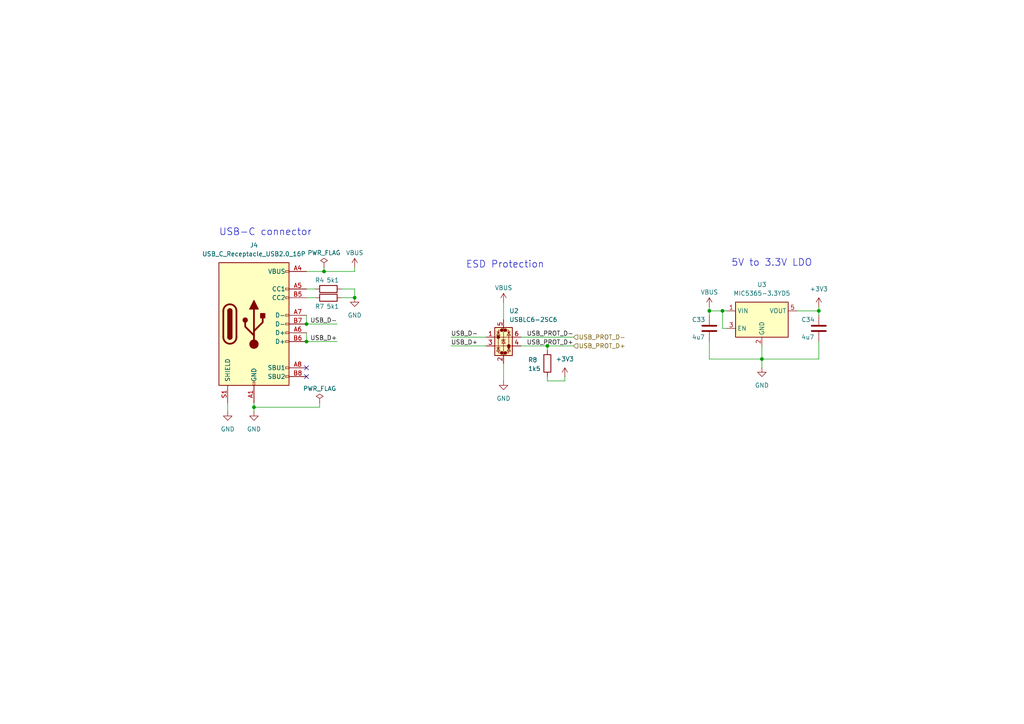
<source format=kicad_sch>
(kicad_sch (version 20231120) (generator "eeschema") (generator_version "8.0")
  (paper "A4")
  (lib_symbols
    (symbol "Connector:USB_C_Receptacle_USB2.0_16P" (pin_names (offset 1.016))
      (property "Reference" "J" (at 0 22.225 0))
      (property "Value" "USB_C_Receptacle_USB2.0_16P" (at 0 19.685 0))
      (symbol "USB_C_Receptacle_USB2.0_16P_0_0"
        (rectangle (start -0.254 -17.78) (end 0.254 -16.764))
        (rectangle (start 10.16 -14.986) (end 9.144 -15.494))
        (rectangle (start 10.16 -12.446) (end 9.144 -12.954))
        (rectangle (start 10.16 -4.826) (end 9.144 -5.334))
        (rectangle (start 10.16 -2.286) (end 9.144 -2.794))
        (rectangle (start 10.16 0.254) (end 9.144 -0.254))
        (rectangle (start 10.16 2.794) (end 9.144 2.286))
        (rectangle (start 10.16 7.874) (end 9.144 7.366))
        (rectangle (start 10.16 10.414) (end 9.144 9.906))
        (rectangle (start 10.16 15.494) (end 9.144 14.986))
      )
      (symbol "USB_C_Receptacle_USB2.0_16P_0_1"
        (rectangle (start -10.16 17.78) (end 10.16 -17.78) (stroke (width 0.254)) (fill (type background)))
        (arc (start -8.89 -3.81) (mid -6.985 -5.7067) (end -5.08 -3.81) (stroke (width 0.508)))
        (arc (start -7.62 -3.81) (mid -6.985 -4.4423) (end -6.35 -3.81) (stroke (width 0.254)))
        (arc (start -7.62 -3.81) (mid -6.985 -4.4423) (end -6.35 -3.81) (stroke (width 0.254)) (fill (type outline)))
        (rectangle (start -7.62 -3.81) (end -6.35 3.81) (stroke (width 0.254)) (fill (type outline)))
        (arc (start -6.35 3.81) (mid -6.985 4.4423) (end -7.62 3.81) (stroke (width 0.254)))
        (arc (start -6.35 3.81) (mid -6.985 4.4423) (end -7.62 3.81) (stroke (width 0.254)) (fill (type outline)))
        (arc (start -5.08 3.81) (mid -6.985 5.7067) (end -8.89 3.81) (stroke (width 0.508)))
        (circle (center -2.54 1.143) (radius 0.635) (stroke (width 0.254)) (fill (type outline)))
        (circle (center 0 -5.842) (radius 1.27) (fill (type outline)))
        (polyline (pts (xy -8.89 -3.81) (xy -8.89 3.81)) (stroke (width 0.508)))
        (polyline (pts (xy -5.08 3.81) (xy -5.08 -3.81)) (stroke (width 0.508)))
        (polyline (pts (xy 0 -5.842) (xy 0 4.318)) (stroke (width 0.508)))
        (polyline (pts (xy 0 -3.302) (xy -2.54 -0.762) (xy -2.54 0.508)) (stroke (width 0.508)))
        (polyline (pts (xy 0 -2.032) (xy 2.54 0.508) (xy 2.54 1.778)) (stroke (width 0.508)))
        (polyline (pts (xy -1.27 4.318) (xy 0 6.858) (xy 1.27 4.318) (xy -1.27 4.318)) (stroke (width 0.254)) (fill (type outline)))
        (rectangle (start 1.905 1.778) (end 3.175 3.048) (stroke (width 0.254)) (fill (type outline)))
      )
      (symbol "USB_C_Receptacle_USB2.0_16P_1_1"
        (pin passive line (at 0 -22.86 90) (length 5.08) (name "GND") (number "A1"))
        (pin passive line (at 0 -22.86 90) (length 5.08) hide (name "GND") (number "A12"))
        (pin passive line (at 15.24 15.24 180) (length 5.08) (name "VBUS") (number "A4"))
        (pin bidirectional line (at 15.24 10.16 180) (length 5.08) (name "CC1") (number "A5"))
        (pin bidirectional line (at 15.24 -2.54 180) (length 5.08) (name "D+") (number "A6"))
        (pin bidirectional line (at 15.24 2.54 180) (length 5.08) (name "D-") (number "A7"))
        (pin bidirectional line (at 15.24 -12.7 180) (length 5.08) (name "SBU1") (number "A8"))
        (pin passive line (at 15.24 15.24 180) (length 5.08) hide (name "VBUS") (number "A9"))
        (pin passive line (at 0 -22.86 90) (length 5.08) hide (name "GND") (number "B1"))
        (pin passive line (at 0 -22.86 90) (length 5.08) hide (name "GND") (number "B12"))
        (pin passive line (at 15.24 15.24 180) (length 5.08) hide (name "VBUS") (number "B4"))
        (pin bidirectional line (at 15.24 7.62 180) (length 5.08) (name "CC2") (number "B5"))
        (pin bidirectional line (at 15.24 -5.08 180) (length 5.08) (name "D+") (number "B6"))
        (pin bidirectional line (at 15.24 0 180) (length 5.08) (name "D-") (number "B7"))
        (pin bidirectional line (at 15.24 -15.24 180) (length 5.08) (name "SBU2") (number "B8"))
        (pin passive line (at 15.24 15.24 180) (length 5.08) hide (name "VBUS") (number "B9"))
        (pin passive line (at -7.62 -22.86 90) (length 5.08) (name "SHIELD") (number "S1"))
      )
    )
    (symbol "Device:C" (pin_numbers hide) (pin_names (offset 0.254))
      (property "Reference" "C" (at 0.635 2.54 0))
      (property "Value" "C" (at 0.635 -2.54 0))
      (symbol "C_0_1"
        (polyline (pts (xy -2.032 -0.762) (xy 2.032 -0.762)) (stroke (width 0.508)))
        (polyline (pts (xy -2.032 0.762) (xy 2.032 0.762)) (stroke (width 0.508)))
      )
      (symbol "C_1_1"
        (pin passive line (at 0 3.81 270) (length 2.794) (name "~") (number "1"))
        (pin passive line (at 0 -3.81 90) (length 2.794) (name "~") (number "2"))
      )
    )
    (symbol "Device:R" (pin_numbers hide) (pin_names (offset 0))
      (property "Reference" "R" (at 2.032 0 90))
      (property "Value" "R" (at 0 0 90))
      (symbol "R_0_1"
        (rectangle (start -1.016 -2.54) (end 1.016 2.54) (stroke (width 0.254)))
      )
      (symbol "R_1_1"
        (pin passive line (at 0 3.81 270) (length 1.27) (name "~") (number "1"))
        (pin passive line (at 0 -3.81 90) (length 1.27) (name "~") (number "2"))
      )
    )
    (symbol "Power_Protection:USBLC6-2SC6" (pin_names hide)
      (property "Reference" "U" (at 0.635 5.715 0))
      (property "Value" "USBLC6-2SC6" (at 0.635 3.81 0))
      (symbol "USBLC6-2SC6_0_0"
        (circle (center -1.524 0) (radius 0.0001) (stroke (width 0.508)))
        (circle (center -0.508 -4.572) (radius 0.0001) (stroke (width 0.508)))
        (circle (center -0.508 2.032) (radius 0.0001) (stroke (width 0.508)))
        (circle (center 0.508 -4.572) (radius 0.0001) (stroke (width 0.508)))
        (circle (center 0.508 2.032) (radius 0.0001) (stroke (width 0.508)))
        (circle (center 1.524 -2.54) (radius 0.0001) (stroke (width 0.508)))
      )
      (symbol "USBLC6-2SC6_0_1"
        (polyline (pts (xy -2.54 -2.54) (xy 2.54 -2.54)))
        (polyline (pts (xy -2.54 0) (xy 2.54 0)))
        (polyline (pts (xy -2.032 -3.048) (xy -1.016 -3.048)))
        (polyline (pts (xy -1.016 1.524) (xy -2.032 1.524)))
        (polyline (pts (xy 1.016 -3.048) (xy 2.032 -3.048)))
        (polyline (pts (xy 1.016 1.524) (xy 2.032 1.524)))
        (polyline (pts (xy -0.508 -1.143) (xy -0.508 -0.762) (xy 0.508 -0.762)))
        (polyline (pts (xy -2.032 0.508) (xy -1.016 0.508) (xy -1.524 1.524) (xy -2.032 0.508)))
        (polyline (pts (xy -1.016 -4.064) (xy -2.032 -4.064) (xy -1.524 -3.048) (xy -1.016 -4.064)))
        (polyline (pts (xy 0.508 -1.778) (xy -0.508 -1.778) (xy 0 -0.762) (xy 0.508 -1.778)))
        (polyline (pts (xy 2.032 -4.064) (xy 1.016 -4.064) (xy 1.524 -3.048) (xy 2.032 -4.064)))
        (polyline (pts (xy 2.032 0.508) (xy 1.016 0.508) (xy 1.524 1.524) (xy 2.032 0.508)))
        (polyline (pts (xy 0 2.54) (xy -0.508 2.032) (xy 0.508 2.032) (xy 0 1.524) (xy 0 -4.064) (xy -0.508 -4.572) (xy 0.508 -4.572) (xy 0 -5.08)))
      )
      (symbol "USBLC6-2SC6_1_1"
        (rectangle (start -2.54 2.794) (end 2.54 -5.334) (stroke (width 0.254)) (fill (type background)))
        (polyline (pts (xy -0.508 2.032) (xy -1.524 2.032) (xy -1.524 -4.572) (xy -0.508 -4.572)))
        (polyline (pts (xy 0.508 -4.572) (xy 1.524 -4.572) (xy 1.524 2.032) (xy 0.508 2.032)))
        (pin passive line (at -5.08 0 0) (length 2.54) (name "I/O1") (number "1"))
        (pin passive line (at 0 -7.62 90) (length 2.54) (name "GND") (number "2"))
        (pin passive line (at -5.08 -2.54 0) (length 2.54) (name "I/O2") (number "3"))
        (pin passive line (at 5.08 -2.54 180) (length 2.54) (name "I/O2") (number "4"))
        (pin passive line (at 0 5.08 270) (length 2.54) (name "VBUS") (number "5"))
        (pin passive line (at 5.08 0 180) (length 2.54) (name "I/O1") (number "6"))
      )
    )
    (symbol "Regulator_Linear:MIC5365-3.3YD5"
      (property "Reference" "U" (at -7.62 6.35 0))
      (property "Value" "MIC5365-3.3YD5" (at 0 6.35 0))
      (symbol "MIC5365-3.3YD5_0_1"
        (rectangle (start -7.62 -5.08) (end 7.62 5.08) (stroke (width 0.254)) (fill (type background)))
      )
      (symbol "MIC5365-3.3YD5_1_1"
        (pin power_in line (at -10.16 2.54 0) (length 2.54) (name "VIN") (number "1"))
        (pin power_in line (at 0 -7.62 90) (length 2.54) (name "GND") (number "2"))
        (pin input line (at -10.16 -2.54 0) (length 2.54) (name "EN") (number "3"))
        (pin no_connect line (at 7.62 -2.54 180) (length 2.54) hide (name "NC") (number "4"))
        (pin power_out line (at 10.16 2.54 180) (length 2.54) (name "VOUT") (number "5"))
      )
    )
    (symbol "power:+3V3" (power) (pin_numbers hide) (pin_names (offset 0) hide)
      (property "Value" "+3V3" (at 0 3.556 0))
      (symbol "+3V3_0_1"
        (polyline (pts (xy -0.762 1.27) (xy 0 2.54)))
        (polyline (pts (xy 0 0) (xy 0 2.54)))
        (polyline (pts (xy 0 2.54) (xy 0.762 1.27)))
      )
      (symbol "+3V3_1_1"
        (pin power_in line (at 0 0 90) (length 0) (name "~") (number "1"))
      )
    )
    (symbol "power:GND" (power) (pin_numbers hide) (pin_names (offset 0) hide)
      (property "Value" "GND" (at 0 -3.81 0))
      (symbol "GND_0_1"
        (polyline (pts (xy 0 0) (xy 0 -1.27) (xy 1.27 -1.27) (xy 0 -2.54) (xy -1.27 -1.27) (xy 0 -1.27)))
      )
      (symbol "GND_1_1"
        (pin power_in line (at 0 0 270) (length 0) (name "~") (number "1"))
      )
    )
    (symbol "power:PWR_FLAG" (power) (pin_numbers hide) (pin_names (offset 0) hide)
      (property "Value" "PWR_FLAG" (at 0 3.81 0))
      (symbol "PWR_FLAG_0_0"
        (pin power_out line (at 0 0 90) (length 0) (name "~") (number "1"))
      )
      (symbol "PWR_FLAG_0_1"
        (polyline (pts (xy 0 0) (xy 0 1.27) (xy -1.016 1.905) (xy 0 2.54) (xy 1.016 1.905) (xy 0 1.27)))
      )
    )
    (symbol "power:VBUS" (power) (pin_numbers hide) (pin_names (offset 0) hide)
      (property "Value" "VBUS" (at 0 3.556 0))
      (symbol "VBUS_0_1"
        (polyline (pts (xy -0.762 1.27) (xy 0 2.54)))
        (polyline (pts (xy 0 0) (xy 0 2.54)))
        (polyline (pts (xy 0 2.54) (xy 0.762 1.27)))
      )
      (symbol "VBUS_1_1"
        (pin power_in line (at 0 0 90) (length 0) (name "~") (number "1"))
      )
    )
  )
  (junction (at 205.74 90.17))
  (junction (at 237.49 90.17))
  (junction (at 102.87 86.36))
  (junction (at 88.9 93.98))
  (junction (at 209.55 90.17))
  (junction (at 220.98 104.14))
  (junction (at 158.75 100.33))
  (junction (at 93.98 78.74))
  (junction (at 88.9 99.06))
  (junction (at 73.66 118.11))
  (no_connect (at 88.9 109.22))
  (no_connect (at 88.9 106.68))
  (wire (pts (xy 237.49 90.17) (xy 237.49 91.44)))
  (wire (pts (xy 205.74 99.06) (xy 205.74 104.14)))
  (wire (pts (xy 66.04 116.84) (xy 66.04 119.38)))
  (wire (pts (xy 88.9 86.36) (xy 91.44 86.36)))
  (wire (pts (xy 220.98 100.33) (xy 220.98 104.14)))
  (wire (pts (xy 158.75 110.49) (xy 163.83 110.49)))
  (wire (pts (xy 130.81 97.79) (xy 140.97 97.79)))
  (wire (pts (xy 158.75 109.22) (xy 158.75 110.49)))
  (wire (pts (xy 130.81 100.33) (xy 140.97 100.33)))
  (wire (pts (xy 88.9 96.52) (xy 88.9 99.06)))
  (wire (pts (xy 73.66 116.84) (xy 73.66 118.11)))
  (wire (pts (xy 220.98 104.14) (xy 237.49 104.14)))
  (wire (pts (xy 88.9 99.06) (xy 97.79 99.06)))
  (wire (pts (xy 158.75 100.33) (xy 166.37 100.33)))
  (wire (pts (xy 88.9 93.98) (xy 97.79 93.98)))
  (wire (pts (xy 163.83 110.49) (xy 163.83 109.22)))
  (wire (pts (xy 237.49 88.9) (xy 237.49 90.17)))
  (wire (pts (xy 151.13 100.33) (xy 158.75 100.33)))
  (wire (pts (xy 73.66 118.11) (xy 73.66 119.38)))
  (wire (pts (xy 102.87 77.47) (xy 102.87 78.74)))
  (wire (pts (xy 220.98 106.68) (xy 220.98 104.14)))
  (wire (pts (xy 209.55 90.17) (xy 209.55 95.25)))
  (wire (pts (xy 151.13 97.79) (xy 166.37 97.79)))
  (wire (pts (xy 146.05 105.41) (xy 146.05 110.49)))
  (wire (pts (xy 88.9 91.44) (xy 88.9 93.98)))
  (wire (pts (xy 205.74 90.17) (xy 209.55 90.17)))
  (wire (pts (xy 93.98 78.74) (xy 102.87 78.74)))
  (wire (pts (xy 146.05 87.63) (xy 146.05 92.71)))
  (wire (pts (xy 158.75 100.33) (xy 158.75 101.6)))
  (wire (pts (xy 88.9 78.74) (xy 93.98 78.74)))
  (wire (pts (xy 205.74 90.17) (xy 205.74 91.44)))
  (wire (pts (xy 210.82 95.25) (xy 209.55 95.25)))
  (wire (pts (xy 102.87 83.82) (xy 102.87 86.36)))
  (wire (pts (xy 99.06 86.36) (xy 102.87 86.36)))
  (wire (pts (xy 205.74 88.9) (xy 205.74 90.17)))
  (wire (pts (xy 237.49 99.06) (xy 237.49 104.14)))
  (wire (pts (xy 99.06 83.82) (xy 102.87 83.82)))
  (wire (pts (xy 209.55 90.17) (xy 210.82 90.17)))
  (wire (pts (xy 93.98 77.47) (xy 93.98 78.74)))
  (wire (pts (xy 88.9 83.82) (xy 91.44 83.82)))
  (wire (pts (xy 92.71 116.84) (xy 92.71 118.11)))
  (wire (pts (xy 231.14 90.17) (xy 237.49 90.17)))
  (wire (pts (xy 92.71 118.11) (xy 73.66 118.11)))
  (wire (pts (xy 205.74 104.14) (xy 220.98 104.14)))
  (text "USB-C connector" (at 63.5 68.58 0) (effects (font (size 2 2)) (justify left bottom)))
  (text "ESD Protection" (at 135.128 77.978 0) (effects (font (size 2 2)) (justify left bottom)))
  (text "5V to 3.3V LDO" (at 212.09 77.47 0) (effects (font (size 2 2)) (justify left bottom)))
  (label "USB_PROT_D-" (at 166.37 97.79 180))
  (label "USB_PROT_D+" (at 166.37 100.33 180))
  (label "USB_D-" (at 130.81 97.79 0))
  (label "USB_D+" (at 130.81 100.33 0))
  (label "USB_D+" (at 97.79 99.06 180))
  (label "USB_D-" (at 97.79 93.98 180))
  (hierarchical_label "USB_PROT_D-" (shape input) (at 166.37 97.79 0))
  (hierarchical_label "USB_PROT_D+" (shape input) (at 166.37 100.33 0))
  (symbol (lib_id "Device:C") (at 205.74 95.25 0) (unit 1)
    (property "Reference" "C33" (at 200.66 92.71 0) (effects (justify left)))
    (property "Value" "4u7" (at 200.66 97.79 0) (effects (justify left)))
    (property "Footprint" "Capacitor_SMD:C_0805_2012Metric" (effects (hide yes)))
    (property "Datasheet" "https://datasheet.lcsc.com/lcsc/2304140030_Samsung-Electro-Mechanics-CL21A475KAQNNNE_C1779.pdf" (effects (hide yes)))
    (property "Manufracturer" "Samsung Electro-Mechanics" (effects (hide yes)))
    (property "Manufracturer Part Number" "CL21A475KAQNNNE" (effects (hide yes)))
    (property "JLCPCB Part" "C1779" (effects (hide yes)))
  )
  (symbol (lib_id "Device:R") (at 95.25 86.36 90) (unit 1)
    (property "Reference" "R7" (at 92.71 88.9 90))
    (property "Value" "5k1" (at 96.52 88.9 90))
    (property "Footprint" "Resistor_SMD:R_0603_1608Metric" (effects (hide yes)))
    (property "Datasheet" "https://www.lcsc.com/datasheet/lcsc_datasheet_2206010116_UNI-ROYAL-Uniroyal-Elec-0603WAF5101T5E_C23186.pdf" (effects (hide yes)))
    (property "Manufracturer" "UNI-ROYAL(Uniroyal Elec)" (effects (hide yes)))
    (property "Manufracturer Part Number" "0603WAF5101T5E" (effects (hide yes)))
    (property "JLCPCB Part" "C23186" (effects (hide yes)))
  )
  (symbol (lib_id "power:+3V3") (at 237.49 88.9 0) (unit 1)
    (property "Reference" "#PWR0116" (effects (hide yes)))
    (property "Value" "+3V3" (at 237.49 83.82 0))
    (property "Description" "Power symbol creates a global label with name \"+3V3\"" (effects (hide yes)))
  )
  (symbol (lib_id "Regulator_Linear:MIC5365-3.3YD5") (at 220.98 92.71 0) (unit 1)
    (property "Reference" "U3" (at 220.98 82.55 0))
    (property "Value" "MIC5365-3.3YD5" (at 220.98 85.09 0))
    (property "Footprint" "Package_TO_SOT_SMD:SOT-23-5" (effects (hide yes)))
    (property "Datasheet" "https://datasheet.lcsc.com/lcsc/1811131510_MICRONE-Nanjing-Micro-One-Elec-ME6211C33M5G-N_C82942.pdf" (effects (hide yes)))
    (property "Manufracturer" "MICRONE(Nanjing Micro One Elec)" (effects (hide yes)))
    (property "Manufracturer Part Number" "ME6211C33M5G-N" (effects (hide yes)))
    (property "JLCPCB Part" "C82942" (effects (hide yes)))
  )
  (symbol (lib_id "Device:R") (at 95.25 83.82 90) (unit 1)
    (property "Reference" "R4" (at 92.71 81.28 90))
    (property "Value" "5k1" (at 96.52 81.28 90))
    (property "Footprint" "Resistor_SMD:R_0603_1608Metric" (effects (hide yes)))
    (property "Datasheet" "https://www.lcsc.com/datasheet/lcsc_datasheet_2206010116_UNI-ROYAL-Uniroyal-Elec-0603WAF5101T5E_C23186.pdf" (effects (hide yes)))
    (property "Manufracturer" "UNI-ROYAL(Uniroyal Elec)" (effects (hide yes)))
    (property "Manufracturer Part Number" "0603WAF5101T5E" (effects (hide yes)))
    (property "JLCPCB Part" "C23186" (effects (hide yes)))
  )
  (symbol (lib_id "power:GND") (at 146.05 110.49 0) (unit 1)
    (property "Reference" "#PWR0112" (effects (hide yes)))
    (property "Value" "GND" (at 146.05 115.57 0))
    (property "Description" "Power symbol creates a global label with name \"GND\" , ground" (effects (hide yes)))
  )
  (symbol (lib_id "Power_Protection:USBLC6-2SC6") (at 146.05 97.79 0) (unit 1)
    (property "Reference" "U2" (at 147.7011 90.17 0) (effects (justify left)))
    (property "Value" "USBLC6-2SC6" (at 147.7011 92.71 0) (effects (justify left)))
    (property "Footprint" "Package_TO_SOT_SMD:SOT-23-6" (effects (hide yes)))
    (property "Datasheet" "https://www.st.com/resource/en/datasheet/usblc6-2.pdf" (effects (hide yes)))
    (property "Description" "Very low capacitance ESD protection diode, 2 data-line, SOT-23-6" (effects (hide yes)))
  )
  (symbol (lib_id "power:GND") (at 220.98 106.68 0) (unit 1)
    (property "Reference" "#PWR0115" (effects (hide yes)))
    (property "Value" "GND" (at 220.98 111.76 0))
    (property "Description" "Power symbol creates a global label with name \"GND\" , ground" (effects (hide yes)))
  )
  (symbol (lib_id "power:+3V3") (at 163.83 109.22 0) (unit 1)
    (property "Reference" "#PWR0113" (effects (hide yes)))
    (property "Value" "+3V3" (at 163.83 104.14 0))
    (property "Description" "Power symbol creates a global label with name \"+3V3\"" (effects (hide yes)))
  )
  (symbol (lib_id "power:VBUS") (at 146.05 87.63 0) (unit 1)
    (property "Reference" "#PWR0111" (effects (hide yes)))
    (property "Value" "VBUS" (at 146.05 83.4969 0))
    (property "Description" "Power symbol creates a global label with name \"VBUS\"" (effects (hide yes)))
  )
  (symbol (lib_id "power:GND") (at 73.66 119.38 0) (unit 1)
    (property "Reference" "#PWR0108" (effects (hide yes)))
    (property "Value" "GND" (at 73.66 124.46 0))
    (property "Description" "Power symbol creates a global label with name \"GND\" , ground" (effects (hide yes)))
  )
  (symbol (lib_id "power:GND") (at 102.87 86.36 0) (unit 1)
    (property "Reference" "#PWR0110" (effects (hide yes)))
    (property "Value" "GND" (at 102.87 91.44 0))
    (property "Description" "Power symbol creates a global label with name \"GND\" , ground" (effects (hide yes)))
  )
  (symbol (lib_id "Connector:USB_C_Receptacle_USB2.0_16P") (at 73.66 93.98 0) (unit 1)
    (property "Reference" "J4" (at 73.66 71.12 0))
    (property "Value" "USB_C_Receptacle_USB2.0_16P" (at 73.66 73.66 0))
    (property "Footprint" "NiasStuff:USB_C_Receptacle_G-Switch_GT-USB-7010ASV" (effects (hide yes)))
    (property "Datasheet" "https://www.lcsc.com/datasheet/lcsc_datasheet_2312191005_G-Switch-GT-USB-7010C_C2843967.pdf" (effects (hide yes)))
    (property "Description" "USB 2.0-only 16P Type-C Receptacle connector" (effects (hide yes)))
    (property "JLCPCB Part" "C2843967" (effects (hide yes)))
    (property "Manufracturer" "G-Switch" (effects (hide yes)))
    (property "Manufracturer Part Number" "GT-USB-7010C" (effects (hide yes)))
  )
  (symbol (lib_id "power:VBUS") (at 102.87 77.47 0) (unit 1)
    (property "Reference" "#PWR0109" (effects (hide yes)))
    (property "Value" "VBUS" (at 102.87 73.3369 0))
    (property "Description" "Power symbol creates a global label with name \"VBUS\"" (effects (hide yes)))
  )
  (symbol (lib_id "power:PWR_FLAG") (at 92.71 116.84 0) (unit 1)
    (property "Reference" "#FLG01" (effects (hide yes)))
    (property "Value" "PWR_FLAG" (at 92.71 112.7069 0))
    (property "Description" "Special symbol for telling ERC where power comes from" (effects (hide yes)))
  )
  (symbol (lib_id "Device:C") (at 237.49 95.25 0) (unit 1)
    (property "Reference" "C34" (at 232.41 92.71 0) (effects (justify left)))
    (property "Value" "4u7" (at 232.41 97.79 0) (effects (justify left)))
    (property "Footprint" "Capacitor_SMD:C_0805_2012Metric" (effects (hide yes)))
    (property "Datasheet" "https://datasheet.lcsc.com/lcsc/2304140030_Samsung-Electro-Mechanics-CL21A475KAQNNNE_C1779.pdf" (effects (hide yes)))
    (property "Manufracturer" "Samsung Electro-Mechanics" (effects (hide yes)))
    (property "Manufracturer Part Number" "CL21A475KAQNNNE" (effects (hide yes)))
    (property "JLCPCB Part" "C1779" (effects (hide yes)))
  )
  (symbol (lib_id "power:GND") (at 66.04 119.38 0) (unit 1)
    (property "Reference" "#PWR0107" (effects (hide yes)))
    (property "Value" "GND" (at 66.04 124.46 0))
    (property "Description" "Power symbol creates a global label with name \"GND\" , ground" (effects (hide yes)))
  )
  (symbol (lib_id "power:VBUS") (at 205.74 88.9 0) (unit 1)
    (property "Reference" "#PWR0114" (effects (hide yes)))
    (property "Value" "VBUS" (at 205.74 84.7669 0))
    (property "Description" "Power symbol creates a global label with name \"VBUS\"" (effects (hide yes)))
  )
  (symbol (lib_id "Device:R") (at 158.75 105.41 0) (unit 1)
    (property "Reference" "R8" (at 153.162 104.394 0) (effects (justify left)))
    (property "Value" "1k5" (at 153.162 106.934 0) (effects (justify left)))
    (property "Footprint" "Resistor_SMD:R_0805_2012Metric" (effects (hide yes)))
    (property "Datasheet" "https://www.lcsc.com/datasheet/lcsc_datasheet_2206010216_UNI-ROYAL-Uniroyal-Elec-0805W8F1501T5E_C4310.pdf" (effects (hide yes)))
    (property "Description" "Resistor" (effects (hide yes)))
    (property "JLCPCB Part" "C4310" (effects (hide yes)))
    (property "Manufracturer" "UNI-ROYAL(Uniroyal Elec)" (effects (hide yes)))
    (property "Manufracturer Part Number" "0805W8F1501T5E" (effects (hide yes)))
  )
  (symbol (lib_id "power:PWR_FLAG") (at 93.98 77.47 0) (unit 1)
    (property "Reference" "#FLG02" (effects (hide yes)))
    (property "Value" "PWR_FLAG" (at 93.98 73.3369 0))
    (property "Description" "Special symbol for telling ERC where power comes from" (effects (hide yes)))
  )
)
</source>
